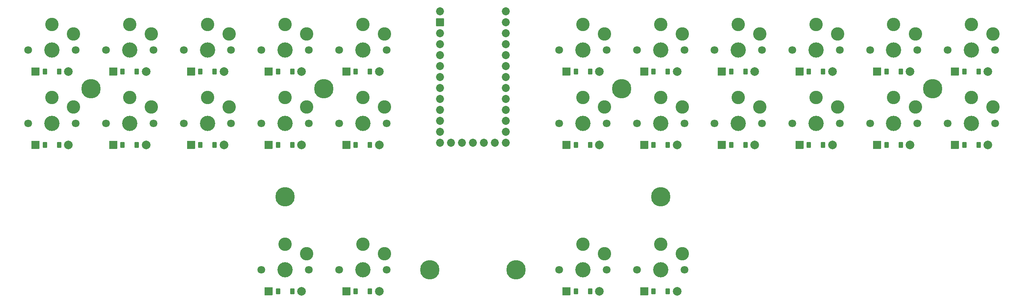
<source format=gbr>
%TF.GenerationSoftware,KiCad,Pcbnew,9.0.0*%
%TF.CreationDate,2025-03-14T12:58:10+01:00*%
%TF.ProjectId,pcb,7063622e-6b69-4636-9164-5f7063625858,v1.0.0*%
%TF.SameCoordinates,Original*%
%TF.FileFunction,Soldermask,Top*%
%TF.FilePolarity,Negative*%
%FSLAX46Y46*%
G04 Gerber Fmt 4.6, Leading zero omitted, Abs format (unit mm)*
G04 Created by KiCad (PCBNEW 9.0.0) date 2025-03-14 12:58:10*
%MOMM*%
%LPD*%
G01*
G04 APERTURE LIST*
G04 Aperture macros list*
%AMRoundRect*
0 Rectangle with rounded corners*
0 $1 Rounding radius*
0 $2 $3 $4 $5 $6 $7 $8 $9 X,Y pos of 4 corners*
0 Add a 4 corners polygon primitive as box body*
4,1,4,$2,$3,$4,$5,$6,$7,$8,$9,$2,$3,0*
0 Add four circle primitives for the rounded corners*
1,1,$1+$1,$2,$3*
1,1,$1+$1,$4,$5*
1,1,$1+$1,$6,$7*
1,1,$1+$1,$8,$9*
0 Add four rect primitives between the rounded corners*
20,1,$1+$1,$2,$3,$4,$5,0*
20,1,$1+$1,$4,$5,$6,$7,0*
20,1,$1+$1,$6,$7,$8,$9,0*
20,1,$1+$1,$8,$9,$2,$3,0*%
G04 Aperture macros list end*
%ADD10C,3.529000*%
%ADD11C,1.801800*%
%ADD12C,3.100000*%
%ADD13RoundRect,0.050000X-0.450000X-0.600000X0.450000X-0.600000X0.450000X0.600000X-0.450000X0.600000X0*%
%ADD14RoundRect,0.050000X-0.889000X-0.889000X0.889000X-0.889000X0.889000X0.889000X-0.889000X0.889000X0*%
%ADD15C,2.005000*%
%ADD16C,1.852600*%
%ADD17RoundRect,0.050000X-0.876300X0.876300X-0.876300X-0.876300X0.876300X-0.876300X0.876300X0.876300X0*%
%ADD18C,4.500000*%
%ADD19C,0.800000*%
G04 APERTURE END LIST*
D10*
%TO.C,S1*%
X100000000Y-100000000D03*
D11*
X105500000Y-100000000D03*
X94500000Y-100000000D03*
D12*
X105000000Y-96250000D03*
X100000000Y-94050000D03*
%TD*%
D10*
%TO.C,S2*%
X100000000Y-83000000D03*
D11*
X105500000Y-83000000D03*
X94500000Y-83000000D03*
D12*
X105000000Y-79250000D03*
X100000000Y-77050000D03*
%TD*%
D10*
%TO.C,S3*%
X118000000Y-100000000D03*
D11*
X123500000Y-100000000D03*
X112500000Y-100000000D03*
D12*
X123000000Y-96250000D03*
X118000000Y-94050000D03*
%TD*%
D10*
%TO.C,S4*%
X118000000Y-83000000D03*
D11*
X123500000Y-83000000D03*
X112500000Y-83000000D03*
D12*
X123000000Y-79250000D03*
X118000000Y-77050000D03*
%TD*%
D10*
%TO.C,S5*%
X136000000Y-100000000D03*
D11*
X141500000Y-100000000D03*
X130500000Y-100000000D03*
D12*
X141000000Y-96250000D03*
X136000000Y-94050000D03*
%TD*%
D10*
%TO.C,S6*%
X136000000Y-83000000D03*
D11*
X141500000Y-83000000D03*
X130500000Y-83000000D03*
D12*
X141000000Y-79250000D03*
X136000000Y-77050000D03*
%TD*%
D10*
%TO.C,S7*%
X154000000Y-100000000D03*
D11*
X159500000Y-100000000D03*
X148500000Y-100000000D03*
D12*
X159000000Y-96250000D03*
X154000000Y-94050000D03*
%TD*%
D10*
%TO.C,S8*%
X154000000Y-83000000D03*
D11*
X159500000Y-83000000D03*
X148500000Y-83000000D03*
D12*
X159000000Y-79250000D03*
X154000000Y-77050000D03*
%TD*%
D10*
%TO.C,S9*%
X172000000Y-100000000D03*
D11*
X177500000Y-100000000D03*
X166500000Y-100000000D03*
D12*
X177000000Y-96250000D03*
X172000000Y-94050000D03*
%TD*%
D10*
%TO.C,S10*%
X172000000Y-83000000D03*
D11*
X177500000Y-83000000D03*
X166500000Y-83000000D03*
D12*
X177000000Y-79250000D03*
X172000000Y-77050000D03*
%TD*%
D10*
%TO.C,S11*%
X223000000Y-100000000D03*
D11*
X228500000Y-100000000D03*
X217500000Y-100000000D03*
D12*
X228000000Y-96250000D03*
X223000000Y-94050000D03*
%TD*%
D10*
%TO.C,S12*%
X223000000Y-83000000D03*
D11*
X228500000Y-83000000D03*
X217500000Y-83000000D03*
D12*
X228000000Y-79250000D03*
X223000000Y-77050000D03*
%TD*%
D10*
%TO.C,S13*%
X241000000Y-100000000D03*
D11*
X246500000Y-100000000D03*
X235500000Y-100000000D03*
D12*
X246000000Y-96250000D03*
X241000000Y-94050000D03*
%TD*%
D10*
%TO.C,S14*%
X241000000Y-83000000D03*
D11*
X246500000Y-83000000D03*
X235500000Y-83000000D03*
D12*
X246000000Y-79250000D03*
X241000000Y-77050000D03*
%TD*%
D10*
%TO.C,S15*%
X259000000Y-100000000D03*
D11*
X264500000Y-100000000D03*
X253500000Y-100000000D03*
D12*
X264000000Y-96250000D03*
X259000000Y-94050000D03*
%TD*%
D10*
%TO.C,S16*%
X259000000Y-83000000D03*
D11*
X264500000Y-83000000D03*
X253500000Y-83000000D03*
D12*
X264000000Y-79250000D03*
X259000000Y-77050000D03*
%TD*%
D10*
%TO.C,S17*%
X277000000Y-100000000D03*
D11*
X282500000Y-100000000D03*
X271500000Y-100000000D03*
D12*
X282000000Y-96250000D03*
X277000000Y-94050000D03*
%TD*%
D10*
%TO.C,S18*%
X277000000Y-83000000D03*
D11*
X282500000Y-83000000D03*
X271500000Y-83000000D03*
D12*
X282000000Y-79250000D03*
X277000000Y-77050000D03*
%TD*%
D10*
%TO.C,S19*%
X295000000Y-100000000D03*
D11*
X300500000Y-100000000D03*
X289500000Y-100000000D03*
D12*
X300000000Y-96250000D03*
X295000000Y-94050000D03*
%TD*%
D10*
%TO.C,S20*%
X295000000Y-83000000D03*
D11*
X300500000Y-83000000D03*
X289500000Y-83000000D03*
D12*
X300000000Y-79250000D03*
X295000000Y-77050000D03*
%TD*%
D10*
%TO.C,S21*%
X313000000Y-100000000D03*
D11*
X318500000Y-100000000D03*
X307500000Y-100000000D03*
D12*
X318000000Y-96250000D03*
X313000000Y-94050000D03*
%TD*%
D10*
%TO.C,S22*%
X313000000Y-83000000D03*
D11*
X318500000Y-83000000D03*
X307500000Y-83000000D03*
D12*
X318000000Y-79250000D03*
X313000000Y-77050000D03*
%TD*%
D10*
%TO.C,S23*%
X154000000Y-134000000D03*
D11*
X159500000Y-134000000D03*
X148500000Y-134000000D03*
D12*
X159000000Y-130250000D03*
X154000000Y-128050000D03*
%TD*%
D10*
%TO.C,S24*%
X172000000Y-134000000D03*
D11*
X177500000Y-134000000D03*
X166500000Y-134000000D03*
D12*
X177000000Y-130250000D03*
X172000000Y-128050000D03*
%TD*%
D10*
%TO.C,S25*%
X223000000Y-134000000D03*
D11*
X228500000Y-134000000D03*
X217500000Y-134000000D03*
D12*
X228000000Y-130250000D03*
X223000000Y-128050000D03*
%TD*%
D10*
%TO.C,S26*%
X241000000Y-134000000D03*
D11*
X246500000Y-134000000D03*
X235500000Y-134000000D03*
D12*
X246000000Y-130250000D03*
X241000000Y-128050000D03*
%TD*%
D13*
%TO.C,D1*%
X98350000Y-105000000D03*
X101650000Y-105000000D03*
D14*
X96190000Y-105000000D03*
D15*
X103810000Y-105000000D03*
%TD*%
D13*
%TO.C,D2*%
X98350000Y-88000000D03*
X101650000Y-88000000D03*
D14*
X96190000Y-88000000D03*
D15*
X103810000Y-88000000D03*
%TD*%
D13*
%TO.C,D3*%
X116350000Y-105000000D03*
X119650000Y-105000000D03*
D14*
X114190000Y-105000000D03*
D15*
X121810000Y-105000000D03*
%TD*%
D13*
%TO.C,D4*%
X116350000Y-88000000D03*
X119650000Y-88000000D03*
D14*
X114190000Y-88000000D03*
D15*
X121810000Y-88000000D03*
%TD*%
D13*
%TO.C,D5*%
X134350000Y-105000000D03*
X137650000Y-105000000D03*
D14*
X132190000Y-105000000D03*
D15*
X139810000Y-105000000D03*
%TD*%
D13*
%TO.C,D6*%
X134350000Y-88000000D03*
X137650000Y-88000000D03*
D14*
X132190000Y-88000000D03*
D15*
X139810000Y-88000000D03*
%TD*%
D13*
%TO.C,D7*%
X152350000Y-105000000D03*
X155650000Y-105000000D03*
D14*
X150190000Y-105000000D03*
D15*
X157810000Y-105000000D03*
%TD*%
D13*
%TO.C,D8*%
X152350000Y-88000000D03*
X155650000Y-88000000D03*
D14*
X150190000Y-88000000D03*
D15*
X157810000Y-88000000D03*
%TD*%
D13*
%TO.C,D9*%
X170350000Y-105000000D03*
X173650000Y-105000000D03*
D14*
X168190000Y-105000000D03*
D15*
X175810000Y-105000000D03*
%TD*%
D13*
%TO.C,D10*%
X170350000Y-88000000D03*
X173650000Y-88000000D03*
D14*
X168190000Y-88000000D03*
D15*
X175810000Y-88000000D03*
%TD*%
D13*
%TO.C,D11*%
X221350000Y-105000000D03*
X224650000Y-105000000D03*
D14*
X219190000Y-105000000D03*
D15*
X226810000Y-105000000D03*
%TD*%
D13*
%TO.C,D12*%
X221350000Y-88000000D03*
X224650000Y-88000000D03*
D14*
X219190000Y-88000000D03*
D15*
X226810000Y-88000000D03*
%TD*%
D13*
%TO.C,D13*%
X239350000Y-105000000D03*
X242650000Y-105000000D03*
D14*
X237190000Y-105000000D03*
D15*
X244810000Y-105000000D03*
%TD*%
D13*
%TO.C,D14*%
X239350000Y-88000000D03*
X242650000Y-88000000D03*
D14*
X237190000Y-88000000D03*
D15*
X244810000Y-88000000D03*
%TD*%
D13*
%TO.C,D15*%
X257350000Y-105000000D03*
X260650000Y-105000000D03*
D14*
X255190000Y-105000000D03*
D15*
X262810000Y-105000000D03*
%TD*%
D13*
%TO.C,D16*%
X257350000Y-88000000D03*
X260650000Y-88000000D03*
D14*
X255190000Y-88000000D03*
D15*
X262810000Y-88000000D03*
%TD*%
D13*
%TO.C,D17*%
X275350000Y-105000000D03*
X278650000Y-105000000D03*
D14*
X273190000Y-105000000D03*
D15*
X280810000Y-105000000D03*
%TD*%
D13*
%TO.C,D18*%
X275350000Y-88000000D03*
X278650000Y-88000000D03*
D14*
X273190000Y-88000000D03*
D15*
X280810000Y-88000000D03*
%TD*%
D13*
%TO.C,D19*%
X293350000Y-105000000D03*
X296650000Y-105000000D03*
D14*
X291190000Y-105000000D03*
D15*
X298810000Y-105000000D03*
%TD*%
D13*
%TO.C,D20*%
X293350000Y-88000000D03*
X296650000Y-88000000D03*
D14*
X291190000Y-88000000D03*
D15*
X298810000Y-88000000D03*
%TD*%
D13*
%TO.C,D21*%
X311350000Y-105000000D03*
X314650000Y-105000000D03*
D14*
X309190000Y-105000000D03*
D15*
X316810000Y-105000000D03*
%TD*%
D13*
%TO.C,D22*%
X311350000Y-88000000D03*
X314650000Y-88000000D03*
D14*
X309190000Y-88000000D03*
D15*
X316810000Y-88000000D03*
%TD*%
D13*
%TO.C,D23*%
X152350000Y-139000000D03*
X155650000Y-139000000D03*
D14*
X150190000Y-139000000D03*
D15*
X157810000Y-139000000D03*
%TD*%
D13*
%TO.C,D24*%
X170350000Y-139000000D03*
X173650000Y-139000000D03*
D14*
X168190000Y-139000000D03*
D15*
X175810000Y-139000000D03*
%TD*%
D13*
%TO.C,D25*%
X221350000Y-139000000D03*
X224650000Y-139000000D03*
D14*
X219190000Y-139000000D03*
D15*
X226810000Y-139000000D03*
%TD*%
D13*
%TO.C,D26*%
X239350000Y-139000000D03*
X242650000Y-139000000D03*
D14*
X237190000Y-139000000D03*
D15*
X244810000Y-139000000D03*
%TD*%
D16*
%TO.C,MCU1*%
X189880000Y-73990000D03*
D17*
X189880000Y-76530000D03*
D16*
X189880000Y-79070000D03*
X189880000Y-81610000D03*
X189880000Y-84150000D03*
X189880000Y-86690000D03*
X189880000Y-89230000D03*
X189880000Y-91770000D03*
X189880000Y-94310000D03*
X189880000Y-96850000D03*
X189880000Y-99390000D03*
X189880000Y-101930000D03*
X189880000Y-104470000D03*
X202580000Y-104470000D03*
X200040000Y-104470000D03*
X197500000Y-104470000D03*
X194960000Y-104470000D03*
X192420000Y-104470000D03*
X205120000Y-73990000D03*
X205120000Y-76530000D03*
X205120000Y-79070000D03*
X205120000Y-81610000D03*
X205120000Y-84150000D03*
X205120000Y-86690000D03*
X205120000Y-89230000D03*
X205120000Y-91770000D03*
X205120000Y-94310000D03*
X205120000Y-96850000D03*
X205120000Y-99390000D03*
X205120000Y-101930000D03*
X205120000Y-104470000D03*
%TD*%
D18*
%TO.C,_1*%
X109000000Y-92000000D03*
D19*
X110629630Y-92000000D03*
X110152322Y-93152322D03*
X109000000Y-93629630D03*
X107847678Y-93152322D03*
X107370370Y-92000000D03*
X107847678Y-90847678D03*
X109000000Y-90370370D03*
X110152322Y-90847678D03*
%TD*%
D18*
%TO.C,_2*%
X163000000Y-92000000D03*
D19*
X164629630Y-92000000D03*
X164152322Y-93152322D03*
X163000000Y-93629630D03*
X161847678Y-93152322D03*
X161370370Y-92000000D03*
X161847678Y-90847678D03*
X163000000Y-90370370D03*
X164152322Y-90847678D03*
%TD*%
D18*
%TO.C,_3*%
X232000000Y-92000000D03*
D19*
X233629630Y-92000000D03*
X233152322Y-93152322D03*
X232000000Y-93629630D03*
X230847678Y-93152322D03*
X230370370Y-92000000D03*
X230847678Y-90847678D03*
X232000000Y-90370370D03*
X233152322Y-90847678D03*
%TD*%
D18*
%TO.C,_4*%
X304000000Y-92000000D03*
D19*
X305629630Y-92000000D03*
X305152322Y-93152322D03*
X304000000Y-93629630D03*
X302847678Y-93152322D03*
X302370370Y-92000000D03*
X302847678Y-90847678D03*
X304000000Y-90370370D03*
X305152322Y-90847678D03*
%TD*%
D18*
%TO.C,_5*%
X154000000Y-117000000D03*
D19*
X155629630Y-117000000D03*
X155152322Y-118152322D03*
X154000000Y-118629630D03*
X152847678Y-118152322D03*
X152370370Y-117000000D03*
X152847678Y-115847678D03*
X154000000Y-115370370D03*
X155152322Y-115847678D03*
%TD*%
D18*
%TO.C,_6*%
X241000000Y-117000000D03*
D19*
X242629630Y-117000000D03*
X242152322Y-118152322D03*
X241000000Y-118629630D03*
X239847678Y-118152322D03*
X239370370Y-117000000D03*
X239847678Y-115847678D03*
X241000000Y-115370370D03*
X242152322Y-115847678D03*
%TD*%
D18*
%TO.C,_7*%
X187500000Y-134000000D03*
D19*
X189129630Y-134000000D03*
X188652322Y-135152322D03*
X187500000Y-135629630D03*
X186347678Y-135152322D03*
X185870370Y-134000000D03*
X186347678Y-132847678D03*
X187500000Y-132370370D03*
X188652322Y-132847678D03*
%TD*%
D18*
%TO.C,_8*%
X207500000Y-134000000D03*
D19*
X209129630Y-134000000D03*
X208652322Y-135152322D03*
X207500000Y-135629630D03*
X206347678Y-135152322D03*
X205870370Y-134000000D03*
X206347678Y-132847678D03*
X207500000Y-132370370D03*
X208652322Y-132847678D03*
%TD*%
M02*

</source>
